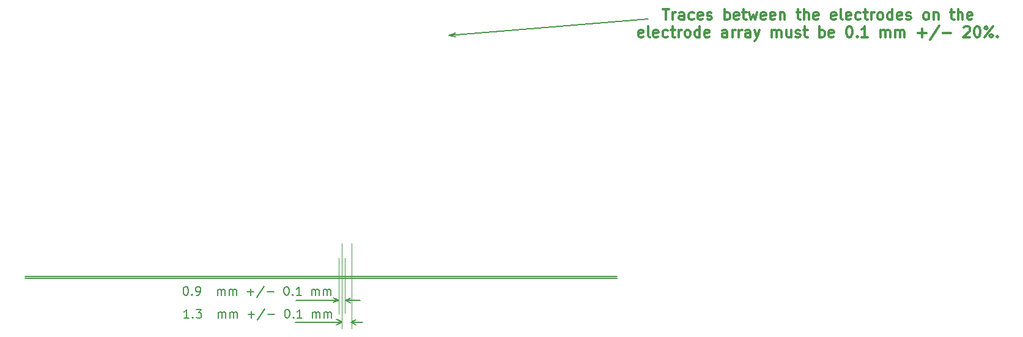
<source format=gbr>
G04 #@! TF.GenerationSoftware,KiCad,Pcbnew,6.0.11-2627ca5db0~126~ubuntu22.04.1*
G04 #@! TF.CreationDate,2023-05-08T08:47:40+02:00*
G04 #@! TF.ProjectId,DIMMCartridge_heaters,44494d4d-4361-4727-9472-696467655f68,rev?*
G04 #@! TF.SameCoordinates,Original*
G04 #@! TF.FileFunction,OtherDrawing,Comment*
%FSLAX46Y46*%
G04 Gerber Fmt 4.6, Leading zero omitted, Abs format (unit mm)*
G04 Created by KiCad (PCBNEW 6.0.11-2627ca5db0~126~ubuntu22.04.1) date 2023-05-08 08:47:40*
%MOMM*%
%LPD*%
G01*
G04 APERTURE LIST*
%ADD10C,0.100000*%
%ADD11C,0.150000*%
%ADD12C,0.200000*%
%ADD13C,0.300000*%
G04 APERTURE END LIST*
D10*
X103339699Y-130225000D02*
X103339699Y-137900000D01*
X102448850Y-130225000D02*
X102448850Y-137915000D01*
D11*
X102870000Y-139095000D02*
X96410000Y-139095000D01*
D10*
X104194275Y-128235000D02*
X104194275Y-140000000D01*
X102894275Y-128235000D02*
X102894275Y-140000000D01*
D11*
X104180000Y-139095000D02*
X105780000Y-139095000D01*
X102870000Y-139095000D02*
X102080000Y-139445000D01*
X104180000Y-139095000D02*
X104860000Y-139435000D01*
X102880000Y-139075000D02*
X102080000Y-138725000D01*
X104190000Y-139085000D02*
X104830000Y-138755000D01*
X117730000Y-99395000D02*
X118640000Y-99585000D01*
X58996870Y-132815000D02*
X140983729Y-132815000D01*
X140983729Y-133015000D02*
X58996870Y-133035000D01*
X102440000Y-136085000D02*
X101680000Y-136345000D01*
X117720000Y-99405000D02*
X145260000Y-97135000D01*
X102440000Y-136055000D02*
X101680000Y-135785000D01*
X103360000Y-136055000D02*
X104060000Y-136405000D01*
X117720000Y-99385000D02*
X118590000Y-99065000D01*
X102390000Y-136055000D02*
X96540000Y-136055000D01*
X103360000Y-136065000D02*
X104040000Y-135795000D01*
X105430000Y-136065000D02*
X103360000Y-136065000D01*
D12*
X81717142Y-138527857D02*
X81031428Y-138527857D01*
X81374285Y-138527857D02*
X81374285Y-137327857D01*
X81260000Y-137499285D01*
X81145714Y-137613571D01*
X81031428Y-137670714D01*
X82231428Y-138413571D02*
X82288571Y-138470714D01*
X82231428Y-138527857D01*
X82174285Y-138470714D01*
X82231428Y-138413571D01*
X82231428Y-138527857D01*
X82688571Y-137327857D02*
X83431428Y-137327857D01*
X83031428Y-137785000D01*
X83202857Y-137785000D01*
X83317142Y-137842142D01*
X83374285Y-137899285D01*
X83431428Y-138013571D01*
X83431428Y-138299285D01*
X83374285Y-138413571D01*
X83317142Y-138470714D01*
X83202857Y-138527857D01*
X82860000Y-138527857D01*
X82745714Y-138470714D01*
X82688571Y-138413571D01*
X85774285Y-138527857D02*
X85774285Y-137727857D01*
X85774285Y-137842142D02*
X85831428Y-137785000D01*
X85945714Y-137727857D01*
X86117142Y-137727857D01*
X86231428Y-137785000D01*
X86288571Y-137899285D01*
X86288571Y-138527857D01*
X86288571Y-137899285D02*
X86345714Y-137785000D01*
X86460000Y-137727857D01*
X86631428Y-137727857D01*
X86745714Y-137785000D01*
X86802857Y-137899285D01*
X86802857Y-138527857D01*
X87374285Y-138527857D02*
X87374285Y-137727857D01*
X87374285Y-137842142D02*
X87431428Y-137785000D01*
X87545714Y-137727857D01*
X87717142Y-137727857D01*
X87831428Y-137785000D01*
X87888571Y-137899285D01*
X87888571Y-138527857D01*
X87888571Y-137899285D02*
X87945714Y-137785000D01*
X88060000Y-137727857D01*
X88231428Y-137727857D01*
X88345714Y-137785000D01*
X88402857Y-137899285D01*
X88402857Y-138527857D01*
X89888571Y-138070714D02*
X90802857Y-138070714D01*
X90345714Y-138527857D02*
X90345714Y-137613571D01*
X92231428Y-137270714D02*
X91202857Y-138813571D01*
X92631428Y-138070714D02*
X93545714Y-138070714D01*
X95260000Y-137327857D02*
X95374285Y-137327857D01*
X95488571Y-137385000D01*
X95545714Y-137442142D01*
X95602857Y-137556428D01*
X95660000Y-137785000D01*
X95660000Y-138070714D01*
X95602857Y-138299285D01*
X95545714Y-138413571D01*
X95488571Y-138470714D01*
X95374285Y-138527857D01*
X95260000Y-138527857D01*
X95145714Y-138470714D01*
X95088571Y-138413571D01*
X95031428Y-138299285D01*
X94974285Y-138070714D01*
X94974285Y-137785000D01*
X95031428Y-137556428D01*
X95088571Y-137442142D01*
X95145714Y-137385000D01*
X95260000Y-137327857D01*
X96174285Y-138413571D02*
X96231428Y-138470714D01*
X96174285Y-138527857D01*
X96117142Y-138470714D01*
X96174285Y-138413571D01*
X96174285Y-138527857D01*
X97374285Y-138527857D02*
X96688571Y-138527857D01*
X97031428Y-138527857D02*
X97031428Y-137327857D01*
X96917142Y-137499285D01*
X96802857Y-137613571D01*
X96688571Y-137670714D01*
X98802857Y-138527857D02*
X98802857Y-137727857D01*
X98802857Y-137842142D02*
X98860000Y-137785000D01*
X98974285Y-137727857D01*
X99145714Y-137727857D01*
X99260000Y-137785000D01*
X99317142Y-137899285D01*
X99317142Y-138527857D01*
X99317142Y-137899285D02*
X99374285Y-137785000D01*
X99488571Y-137727857D01*
X99660000Y-137727857D01*
X99774285Y-137785000D01*
X99831428Y-137899285D01*
X99831428Y-138527857D01*
X100402857Y-138527857D02*
X100402857Y-137727857D01*
X100402857Y-137842142D02*
X100460000Y-137785000D01*
X100574285Y-137727857D01*
X100745714Y-137727857D01*
X100860000Y-137785000D01*
X100917142Y-137899285D01*
X100917142Y-138527857D01*
X100917142Y-137899285D02*
X100974285Y-137785000D01*
X101088571Y-137727857D01*
X101260000Y-137727857D01*
X101374285Y-137785000D01*
X101431428Y-137899285D01*
X101431428Y-138527857D01*
X81217142Y-134177857D02*
X81331428Y-134177857D01*
X81445714Y-134235000D01*
X81502857Y-134292142D01*
X81560000Y-134406428D01*
X81617142Y-134635000D01*
X81617142Y-134920714D01*
X81560000Y-135149285D01*
X81502857Y-135263571D01*
X81445714Y-135320714D01*
X81331428Y-135377857D01*
X81217142Y-135377857D01*
X81102857Y-135320714D01*
X81045714Y-135263571D01*
X80988571Y-135149285D01*
X80931428Y-134920714D01*
X80931428Y-134635000D01*
X80988571Y-134406428D01*
X81045714Y-134292142D01*
X81102857Y-134235000D01*
X81217142Y-134177857D01*
X82131428Y-135263571D02*
X82188571Y-135320714D01*
X82131428Y-135377857D01*
X82074285Y-135320714D01*
X82131428Y-135263571D01*
X82131428Y-135377857D01*
X82760000Y-135377857D02*
X82988571Y-135377857D01*
X83102857Y-135320714D01*
X83160000Y-135263571D01*
X83274285Y-135092142D01*
X83331428Y-134863571D01*
X83331428Y-134406428D01*
X83274285Y-134292142D01*
X83217142Y-134235000D01*
X83102857Y-134177857D01*
X82874285Y-134177857D01*
X82760000Y-134235000D01*
X82702857Y-134292142D01*
X82645714Y-134406428D01*
X82645714Y-134692142D01*
X82702857Y-134806428D01*
X82760000Y-134863571D01*
X82874285Y-134920714D01*
X83102857Y-134920714D01*
X83217142Y-134863571D01*
X83274285Y-134806428D01*
X83331428Y-134692142D01*
X85674285Y-135377857D02*
X85674285Y-134577857D01*
X85674285Y-134692142D02*
X85731428Y-134635000D01*
X85845714Y-134577857D01*
X86017142Y-134577857D01*
X86131428Y-134635000D01*
X86188571Y-134749285D01*
X86188571Y-135377857D01*
X86188571Y-134749285D02*
X86245714Y-134635000D01*
X86360000Y-134577857D01*
X86531428Y-134577857D01*
X86645714Y-134635000D01*
X86702857Y-134749285D01*
X86702857Y-135377857D01*
X87274285Y-135377857D02*
X87274285Y-134577857D01*
X87274285Y-134692142D02*
X87331428Y-134635000D01*
X87445714Y-134577857D01*
X87617142Y-134577857D01*
X87731428Y-134635000D01*
X87788571Y-134749285D01*
X87788571Y-135377857D01*
X87788571Y-134749285D02*
X87845714Y-134635000D01*
X87960000Y-134577857D01*
X88131428Y-134577857D01*
X88245714Y-134635000D01*
X88302857Y-134749285D01*
X88302857Y-135377857D01*
X89788571Y-134920714D02*
X90702857Y-134920714D01*
X90245714Y-135377857D02*
X90245714Y-134463571D01*
X92131428Y-134120714D02*
X91102857Y-135663571D01*
X92531428Y-134920714D02*
X93445714Y-134920714D01*
X95160000Y-134177857D02*
X95274285Y-134177857D01*
X95388571Y-134235000D01*
X95445714Y-134292142D01*
X95502857Y-134406428D01*
X95560000Y-134635000D01*
X95560000Y-134920714D01*
X95502857Y-135149285D01*
X95445714Y-135263571D01*
X95388571Y-135320714D01*
X95274285Y-135377857D01*
X95160000Y-135377857D01*
X95045714Y-135320714D01*
X94988571Y-135263571D01*
X94931428Y-135149285D01*
X94874285Y-134920714D01*
X94874285Y-134635000D01*
X94931428Y-134406428D01*
X94988571Y-134292142D01*
X95045714Y-134235000D01*
X95160000Y-134177857D01*
X96074285Y-135263571D02*
X96131428Y-135320714D01*
X96074285Y-135377857D01*
X96017142Y-135320714D01*
X96074285Y-135263571D01*
X96074285Y-135377857D01*
X97274285Y-135377857D02*
X96588571Y-135377857D01*
X96931428Y-135377857D02*
X96931428Y-134177857D01*
X96817142Y-134349285D01*
X96702857Y-134463571D01*
X96588571Y-134520714D01*
X98702857Y-135377857D02*
X98702857Y-134577857D01*
X98702857Y-134692142D02*
X98760000Y-134635000D01*
X98874285Y-134577857D01*
X99045714Y-134577857D01*
X99160000Y-134635000D01*
X99217142Y-134749285D01*
X99217142Y-135377857D01*
X99217142Y-134749285D02*
X99274285Y-134635000D01*
X99388571Y-134577857D01*
X99560000Y-134577857D01*
X99674285Y-134635000D01*
X99731428Y-134749285D01*
X99731428Y-135377857D01*
X100302857Y-135377857D02*
X100302857Y-134577857D01*
X100302857Y-134692142D02*
X100360000Y-134635000D01*
X100474285Y-134577857D01*
X100645714Y-134577857D01*
X100760000Y-134635000D01*
X100817142Y-134749285D01*
X100817142Y-135377857D01*
X100817142Y-134749285D02*
X100874285Y-134635000D01*
X100988571Y-134577857D01*
X101160000Y-134577857D01*
X101274285Y-134635000D01*
X101331428Y-134749285D01*
X101331428Y-135377857D01*
D13*
X147329999Y-95746071D02*
X148187142Y-95746071D01*
X147758571Y-97246071D02*
X147758571Y-95746071D01*
X148687142Y-97246071D02*
X148687142Y-96246071D01*
X148687142Y-96531785D02*
X148758571Y-96388928D01*
X148829999Y-96317500D01*
X148972857Y-96246071D01*
X149115714Y-96246071D01*
X150258571Y-97246071D02*
X150258571Y-96460357D01*
X150187142Y-96317500D01*
X150044285Y-96246071D01*
X149758571Y-96246071D01*
X149615714Y-96317500D01*
X150258571Y-97174642D02*
X150115714Y-97246071D01*
X149758571Y-97246071D01*
X149615714Y-97174642D01*
X149544285Y-97031785D01*
X149544285Y-96888928D01*
X149615714Y-96746071D01*
X149758571Y-96674642D01*
X150115714Y-96674642D01*
X150258571Y-96603214D01*
X151615714Y-97174642D02*
X151472857Y-97246071D01*
X151187142Y-97246071D01*
X151044285Y-97174642D01*
X150972857Y-97103214D01*
X150901428Y-96960357D01*
X150901428Y-96531785D01*
X150972857Y-96388928D01*
X151044285Y-96317500D01*
X151187142Y-96246071D01*
X151472857Y-96246071D01*
X151615714Y-96317500D01*
X152829999Y-97174642D02*
X152687142Y-97246071D01*
X152401428Y-97246071D01*
X152258571Y-97174642D01*
X152187142Y-97031785D01*
X152187142Y-96460357D01*
X152258571Y-96317500D01*
X152401428Y-96246071D01*
X152687142Y-96246071D01*
X152829999Y-96317500D01*
X152901428Y-96460357D01*
X152901428Y-96603214D01*
X152187142Y-96746071D01*
X153472857Y-97174642D02*
X153615714Y-97246071D01*
X153901428Y-97246071D01*
X154044285Y-97174642D01*
X154115714Y-97031785D01*
X154115714Y-96960357D01*
X154044285Y-96817500D01*
X153901428Y-96746071D01*
X153687142Y-96746071D01*
X153544285Y-96674642D01*
X153472857Y-96531785D01*
X153472857Y-96460357D01*
X153544285Y-96317500D01*
X153687142Y-96246071D01*
X153901428Y-96246071D01*
X154044285Y-96317500D01*
X155901428Y-97246071D02*
X155901428Y-95746071D01*
X155901428Y-96317500D02*
X156044285Y-96246071D01*
X156329999Y-96246071D01*
X156472857Y-96317500D01*
X156544285Y-96388928D01*
X156615714Y-96531785D01*
X156615714Y-96960357D01*
X156544285Y-97103214D01*
X156472857Y-97174642D01*
X156329999Y-97246071D01*
X156044285Y-97246071D01*
X155901428Y-97174642D01*
X157829999Y-97174642D02*
X157687142Y-97246071D01*
X157401428Y-97246071D01*
X157258571Y-97174642D01*
X157187142Y-97031785D01*
X157187142Y-96460357D01*
X157258571Y-96317500D01*
X157401428Y-96246071D01*
X157687142Y-96246071D01*
X157829999Y-96317500D01*
X157901428Y-96460357D01*
X157901428Y-96603214D01*
X157187142Y-96746071D01*
X158329999Y-96246071D02*
X158901428Y-96246071D01*
X158544285Y-95746071D02*
X158544285Y-97031785D01*
X158615714Y-97174642D01*
X158758571Y-97246071D01*
X158901428Y-97246071D01*
X159258571Y-96246071D02*
X159544285Y-97246071D01*
X159829999Y-96531785D01*
X160115714Y-97246071D01*
X160401428Y-96246071D01*
X161544285Y-97174642D02*
X161401428Y-97246071D01*
X161115714Y-97246071D01*
X160972857Y-97174642D01*
X160901428Y-97031785D01*
X160901428Y-96460357D01*
X160972857Y-96317500D01*
X161115714Y-96246071D01*
X161401428Y-96246071D01*
X161544285Y-96317500D01*
X161615714Y-96460357D01*
X161615714Y-96603214D01*
X160901428Y-96746071D01*
X162829999Y-97174642D02*
X162687142Y-97246071D01*
X162401428Y-97246071D01*
X162258571Y-97174642D01*
X162187142Y-97031785D01*
X162187142Y-96460357D01*
X162258571Y-96317500D01*
X162401428Y-96246071D01*
X162687142Y-96246071D01*
X162829999Y-96317500D01*
X162901428Y-96460357D01*
X162901428Y-96603214D01*
X162187142Y-96746071D01*
X163544285Y-96246071D02*
X163544285Y-97246071D01*
X163544285Y-96388928D02*
X163615714Y-96317500D01*
X163758571Y-96246071D01*
X163972857Y-96246071D01*
X164115714Y-96317500D01*
X164187142Y-96460357D01*
X164187142Y-97246071D01*
X165829999Y-96246071D02*
X166401428Y-96246071D01*
X166044285Y-95746071D02*
X166044285Y-97031785D01*
X166115714Y-97174642D01*
X166258571Y-97246071D01*
X166401428Y-97246071D01*
X166901428Y-97246071D02*
X166901428Y-95746071D01*
X167544285Y-97246071D02*
X167544285Y-96460357D01*
X167472857Y-96317500D01*
X167329999Y-96246071D01*
X167115714Y-96246071D01*
X166972857Y-96317500D01*
X166901428Y-96388928D01*
X168829999Y-97174642D02*
X168687142Y-97246071D01*
X168401428Y-97246071D01*
X168258571Y-97174642D01*
X168187142Y-97031785D01*
X168187142Y-96460357D01*
X168258571Y-96317500D01*
X168401428Y-96246071D01*
X168687142Y-96246071D01*
X168829999Y-96317500D01*
X168901428Y-96460357D01*
X168901428Y-96603214D01*
X168187142Y-96746071D01*
X171258571Y-97174642D02*
X171115714Y-97246071D01*
X170829999Y-97246071D01*
X170687142Y-97174642D01*
X170615714Y-97031785D01*
X170615714Y-96460357D01*
X170687142Y-96317500D01*
X170829999Y-96246071D01*
X171115714Y-96246071D01*
X171258571Y-96317500D01*
X171329999Y-96460357D01*
X171329999Y-96603214D01*
X170615714Y-96746071D01*
X172187142Y-97246071D02*
X172044285Y-97174642D01*
X171972857Y-97031785D01*
X171972857Y-95746071D01*
X173329999Y-97174642D02*
X173187142Y-97246071D01*
X172901428Y-97246071D01*
X172758571Y-97174642D01*
X172687142Y-97031785D01*
X172687142Y-96460357D01*
X172758571Y-96317500D01*
X172901428Y-96246071D01*
X173187142Y-96246071D01*
X173329999Y-96317500D01*
X173401428Y-96460357D01*
X173401428Y-96603214D01*
X172687142Y-96746071D01*
X174687142Y-97174642D02*
X174544285Y-97246071D01*
X174258571Y-97246071D01*
X174115714Y-97174642D01*
X174044285Y-97103214D01*
X173972857Y-96960357D01*
X173972857Y-96531785D01*
X174044285Y-96388928D01*
X174115714Y-96317500D01*
X174258571Y-96246071D01*
X174544285Y-96246071D01*
X174687142Y-96317500D01*
X175115714Y-96246071D02*
X175687142Y-96246071D01*
X175330000Y-95746071D02*
X175330000Y-97031785D01*
X175401428Y-97174642D01*
X175544285Y-97246071D01*
X175687142Y-97246071D01*
X176187142Y-97246071D02*
X176187142Y-96246071D01*
X176187142Y-96531785D02*
X176258571Y-96388928D01*
X176330000Y-96317500D01*
X176472857Y-96246071D01*
X176615714Y-96246071D01*
X177330000Y-97246071D02*
X177187142Y-97174642D01*
X177115714Y-97103214D01*
X177044285Y-96960357D01*
X177044285Y-96531785D01*
X177115714Y-96388928D01*
X177187142Y-96317500D01*
X177330000Y-96246071D01*
X177544285Y-96246071D01*
X177687142Y-96317500D01*
X177758571Y-96388928D01*
X177830000Y-96531785D01*
X177830000Y-96960357D01*
X177758571Y-97103214D01*
X177687142Y-97174642D01*
X177544285Y-97246071D01*
X177330000Y-97246071D01*
X179115714Y-97246071D02*
X179115714Y-95746071D01*
X179115714Y-97174642D02*
X178972857Y-97246071D01*
X178687142Y-97246071D01*
X178544285Y-97174642D01*
X178472857Y-97103214D01*
X178401428Y-96960357D01*
X178401428Y-96531785D01*
X178472857Y-96388928D01*
X178544285Y-96317500D01*
X178687142Y-96246071D01*
X178972857Y-96246071D01*
X179115714Y-96317500D01*
X180401428Y-97174642D02*
X180258571Y-97246071D01*
X179972857Y-97246071D01*
X179830000Y-97174642D01*
X179758571Y-97031785D01*
X179758571Y-96460357D01*
X179830000Y-96317500D01*
X179972857Y-96246071D01*
X180258571Y-96246071D01*
X180401428Y-96317500D01*
X180472857Y-96460357D01*
X180472857Y-96603214D01*
X179758571Y-96746071D01*
X181044285Y-97174642D02*
X181187142Y-97246071D01*
X181472857Y-97246071D01*
X181615714Y-97174642D01*
X181687142Y-97031785D01*
X181687142Y-96960357D01*
X181615714Y-96817500D01*
X181472857Y-96746071D01*
X181258571Y-96746071D01*
X181115714Y-96674642D01*
X181044285Y-96531785D01*
X181044285Y-96460357D01*
X181115714Y-96317500D01*
X181258571Y-96246071D01*
X181472857Y-96246071D01*
X181615714Y-96317500D01*
X183687142Y-97246071D02*
X183544285Y-97174642D01*
X183472857Y-97103214D01*
X183401428Y-96960357D01*
X183401428Y-96531785D01*
X183472857Y-96388928D01*
X183544285Y-96317500D01*
X183687142Y-96246071D01*
X183901428Y-96246071D01*
X184044285Y-96317500D01*
X184115714Y-96388928D01*
X184187142Y-96531785D01*
X184187142Y-96960357D01*
X184115714Y-97103214D01*
X184044285Y-97174642D01*
X183901428Y-97246071D01*
X183687142Y-97246071D01*
X184830000Y-96246071D02*
X184830000Y-97246071D01*
X184830000Y-96388928D02*
X184901428Y-96317500D01*
X185044285Y-96246071D01*
X185258571Y-96246071D01*
X185401428Y-96317500D01*
X185472857Y-96460357D01*
X185472857Y-97246071D01*
X187115714Y-96246071D02*
X187687142Y-96246071D01*
X187330000Y-95746071D02*
X187330000Y-97031785D01*
X187401428Y-97174642D01*
X187544285Y-97246071D01*
X187687142Y-97246071D01*
X188187142Y-97246071D02*
X188187142Y-95746071D01*
X188830000Y-97246071D02*
X188830000Y-96460357D01*
X188758571Y-96317500D01*
X188615714Y-96246071D01*
X188401428Y-96246071D01*
X188258571Y-96317500D01*
X188187142Y-96388928D01*
X190115714Y-97174642D02*
X189972857Y-97246071D01*
X189687142Y-97246071D01*
X189544285Y-97174642D01*
X189472857Y-97031785D01*
X189472857Y-96460357D01*
X189544285Y-96317500D01*
X189687142Y-96246071D01*
X189972857Y-96246071D01*
X190115714Y-96317500D01*
X190187142Y-96460357D01*
X190187142Y-96603214D01*
X189472857Y-96746071D01*
X144580000Y-99589642D02*
X144437142Y-99661071D01*
X144151428Y-99661071D01*
X144008571Y-99589642D01*
X143937142Y-99446785D01*
X143937142Y-98875357D01*
X144008571Y-98732500D01*
X144151428Y-98661071D01*
X144437142Y-98661071D01*
X144580000Y-98732500D01*
X144651428Y-98875357D01*
X144651428Y-99018214D01*
X143937142Y-99161071D01*
X145508571Y-99661071D02*
X145365714Y-99589642D01*
X145294285Y-99446785D01*
X145294285Y-98161071D01*
X146651428Y-99589642D02*
X146508571Y-99661071D01*
X146222857Y-99661071D01*
X146080000Y-99589642D01*
X146008571Y-99446785D01*
X146008571Y-98875357D01*
X146080000Y-98732500D01*
X146222857Y-98661071D01*
X146508571Y-98661071D01*
X146651428Y-98732500D01*
X146722857Y-98875357D01*
X146722857Y-99018214D01*
X146008571Y-99161071D01*
X148008571Y-99589642D02*
X147865714Y-99661071D01*
X147580000Y-99661071D01*
X147437142Y-99589642D01*
X147365714Y-99518214D01*
X147294285Y-99375357D01*
X147294285Y-98946785D01*
X147365714Y-98803928D01*
X147437142Y-98732500D01*
X147580000Y-98661071D01*
X147865714Y-98661071D01*
X148008571Y-98732500D01*
X148437142Y-98661071D02*
X149008571Y-98661071D01*
X148651428Y-98161071D02*
X148651428Y-99446785D01*
X148722857Y-99589642D01*
X148865714Y-99661071D01*
X149008571Y-99661071D01*
X149508571Y-99661071D02*
X149508571Y-98661071D01*
X149508571Y-98946785D02*
X149580000Y-98803928D01*
X149651428Y-98732500D01*
X149794285Y-98661071D01*
X149937142Y-98661071D01*
X150651428Y-99661071D02*
X150508571Y-99589642D01*
X150437142Y-99518214D01*
X150365714Y-99375357D01*
X150365714Y-98946785D01*
X150437142Y-98803928D01*
X150508571Y-98732500D01*
X150651428Y-98661071D01*
X150865714Y-98661071D01*
X151008571Y-98732500D01*
X151080000Y-98803928D01*
X151151428Y-98946785D01*
X151151428Y-99375357D01*
X151080000Y-99518214D01*
X151008571Y-99589642D01*
X150865714Y-99661071D01*
X150651428Y-99661071D01*
X152437142Y-99661071D02*
X152437142Y-98161071D01*
X152437142Y-99589642D02*
X152294285Y-99661071D01*
X152008571Y-99661071D01*
X151865714Y-99589642D01*
X151794285Y-99518214D01*
X151722857Y-99375357D01*
X151722857Y-98946785D01*
X151794285Y-98803928D01*
X151865714Y-98732500D01*
X152008571Y-98661071D01*
X152294285Y-98661071D01*
X152437142Y-98732500D01*
X153722857Y-99589642D02*
X153580000Y-99661071D01*
X153294285Y-99661071D01*
X153151428Y-99589642D01*
X153080000Y-99446785D01*
X153080000Y-98875357D01*
X153151428Y-98732500D01*
X153294285Y-98661071D01*
X153580000Y-98661071D01*
X153722857Y-98732500D01*
X153794285Y-98875357D01*
X153794285Y-99018214D01*
X153080000Y-99161071D01*
X156222857Y-99661071D02*
X156222857Y-98875357D01*
X156151428Y-98732500D01*
X156008571Y-98661071D01*
X155722857Y-98661071D01*
X155580000Y-98732500D01*
X156222857Y-99589642D02*
X156080000Y-99661071D01*
X155722857Y-99661071D01*
X155580000Y-99589642D01*
X155508571Y-99446785D01*
X155508571Y-99303928D01*
X155580000Y-99161071D01*
X155722857Y-99089642D01*
X156080000Y-99089642D01*
X156222857Y-99018214D01*
X156937142Y-99661071D02*
X156937142Y-98661071D01*
X156937142Y-98946785D02*
X157008571Y-98803928D01*
X157080000Y-98732500D01*
X157222857Y-98661071D01*
X157365714Y-98661071D01*
X157865714Y-99661071D02*
X157865714Y-98661071D01*
X157865714Y-98946785D02*
X157937142Y-98803928D01*
X158008571Y-98732500D01*
X158151428Y-98661071D01*
X158294285Y-98661071D01*
X159437142Y-99661071D02*
X159437142Y-98875357D01*
X159365714Y-98732500D01*
X159222857Y-98661071D01*
X158937142Y-98661071D01*
X158794285Y-98732500D01*
X159437142Y-99589642D02*
X159294285Y-99661071D01*
X158937142Y-99661071D01*
X158794285Y-99589642D01*
X158722857Y-99446785D01*
X158722857Y-99303928D01*
X158794285Y-99161071D01*
X158937142Y-99089642D01*
X159294285Y-99089642D01*
X159437142Y-99018214D01*
X160008571Y-98661071D02*
X160365714Y-99661071D01*
X160722857Y-98661071D02*
X160365714Y-99661071D01*
X160222857Y-100018214D01*
X160151428Y-100089642D01*
X160008571Y-100161071D01*
X162437142Y-99661071D02*
X162437142Y-98661071D01*
X162437142Y-98803928D02*
X162508571Y-98732500D01*
X162651428Y-98661071D01*
X162865714Y-98661071D01*
X163008571Y-98732500D01*
X163080000Y-98875357D01*
X163080000Y-99661071D01*
X163080000Y-98875357D02*
X163151428Y-98732500D01*
X163294285Y-98661071D01*
X163508571Y-98661071D01*
X163651428Y-98732500D01*
X163722857Y-98875357D01*
X163722857Y-99661071D01*
X165080000Y-98661071D02*
X165080000Y-99661071D01*
X164437142Y-98661071D02*
X164437142Y-99446785D01*
X164508571Y-99589642D01*
X164651428Y-99661071D01*
X164865714Y-99661071D01*
X165008571Y-99589642D01*
X165080000Y-99518214D01*
X165722857Y-99589642D02*
X165865714Y-99661071D01*
X166151428Y-99661071D01*
X166294285Y-99589642D01*
X166365714Y-99446785D01*
X166365714Y-99375357D01*
X166294285Y-99232500D01*
X166151428Y-99161071D01*
X165937142Y-99161071D01*
X165794285Y-99089642D01*
X165722857Y-98946785D01*
X165722857Y-98875357D01*
X165794285Y-98732500D01*
X165937142Y-98661071D01*
X166151428Y-98661071D01*
X166294285Y-98732500D01*
X166794285Y-98661071D02*
X167365714Y-98661071D01*
X167008571Y-98161071D02*
X167008571Y-99446785D01*
X167080000Y-99589642D01*
X167222857Y-99661071D01*
X167365714Y-99661071D01*
X169008571Y-99661071D02*
X169008571Y-98161071D01*
X169008571Y-98732500D02*
X169151428Y-98661071D01*
X169437142Y-98661071D01*
X169580000Y-98732500D01*
X169651428Y-98803928D01*
X169722857Y-98946785D01*
X169722857Y-99375357D01*
X169651428Y-99518214D01*
X169580000Y-99589642D01*
X169437142Y-99661071D01*
X169151428Y-99661071D01*
X169008571Y-99589642D01*
X170937142Y-99589642D02*
X170794285Y-99661071D01*
X170508571Y-99661071D01*
X170365714Y-99589642D01*
X170294285Y-99446785D01*
X170294285Y-98875357D01*
X170365714Y-98732500D01*
X170508571Y-98661071D01*
X170794285Y-98661071D01*
X170937142Y-98732500D01*
X171008571Y-98875357D01*
X171008571Y-99018214D01*
X170294285Y-99161071D01*
X173080000Y-98161071D02*
X173222857Y-98161071D01*
X173365714Y-98232500D01*
X173437142Y-98303928D01*
X173508571Y-98446785D01*
X173580000Y-98732500D01*
X173580000Y-99089642D01*
X173508571Y-99375357D01*
X173437142Y-99518214D01*
X173365714Y-99589642D01*
X173222857Y-99661071D01*
X173080000Y-99661071D01*
X172937142Y-99589642D01*
X172865714Y-99518214D01*
X172794285Y-99375357D01*
X172722857Y-99089642D01*
X172722857Y-98732500D01*
X172794285Y-98446785D01*
X172865714Y-98303928D01*
X172937142Y-98232500D01*
X173080000Y-98161071D01*
X174222857Y-99518214D02*
X174294285Y-99589642D01*
X174222857Y-99661071D01*
X174151428Y-99589642D01*
X174222857Y-99518214D01*
X174222857Y-99661071D01*
X175722857Y-99661071D02*
X174865714Y-99661071D01*
X175294285Y-99661071D02*
X175294285Y-98161071D01*
X175151428Y-98375357D01*
X175008571Y-98518214D01*
X174865714Y-98589642D01*
X177508571Y-99661071D02*
X177508571Y-98661071D01*
X177508571Y-98803928D02*
X177580000Y-98732500D01*
X177722857Y-98661071D01*
X177937142Y-98661071D01*
X178080000Y-98732500D01*
X178151428Y-98875357D01*
X178151428Y-99661071D01*
X178151428Y-98875357D02*
X178222857Y-98732500D01*
X178365714Y-98661071D01*
X178580000Y-98661071D01*
X178722857Y-98732500D01*
X178794285Y-98875357D01*
X178794285Y-99661071D01*
X179508571Y-99661071D02*
X179508571Y-98661071D01*
X179508571Y-98803928D02*
X179580000Y-98732500D01*
X179722857Y-98661071D01*
X179937142Y-98661071D01*
X180080000Y-98732500D01*
X180151428Y-98875357D01*
X180151428Y-99661071D01*
X180151428Y-98875357D02*
X180222857Y-98732500D01*
X180365714Y-98661071D01*
X180580000Y-98661071D01*
X180722857Y-98732500D01*
X180794285Y-98875357D01*
X180794285Y-99661071D01*
X182651428Y-99089642D02*
X183794285Y-99089642D01*
X183222857Y-99661071D02*
X183222857Y-98518214D01*
X185580000Y-98089642D02*
X184294285Y-100018214D01*
X186080000Y-99089642D02*
X187222857Y-99089642D01*
X189008571Y-98303928D02*
X189080000Y-98232500D01*
X189222857Y-98161071D01*
X189580000Y-98161071D01*
X189722857Y-98232500D01*
X189794285Y-98303928D01*
X189865714Y-98446785D01*
X189865714Y-98589642D01*
X189794285Y-98803928D01*
X188937142Y-99661071D01*
X189865714Y-99661071D01*
X190794285Y-98161071D02*
X190937142Y-98161071D01*
X191080000Y-98232500D01*
X191151428Y-98303928D01*
X191222857Y-98446785D01*
X191294285Y-98732500D01*
X191294285Y-99089642D01*
X191222857Y-99375357D01*
X191151428Y-99518214D01*
X191080000Y-99589642D01*
X190937142Y-99661071D01*
X190794285Y-99661071D01*
X190651428Y-99589642D01*
X190580000Y-99518214D01*
X190508571Y-99375357D01*
X190437142Y-99089642D01*
X190437142Y-98732500D01*
X190508571Y-98446785D01*
X190580000Y-98303928D01*
X190651428Y-98232500D01*
X190794285Y-98161071D01*
X191865714Y-99661071D02*
X193008571Y-98161071D01*
X192080000Y-98161071D02*
X192222857Y-98232500D01*
X192294285Y-98375357D01*
X192222857Y-98518214D01*
X192080000Y-98589642D01*
X191937142Y-98518214D01*
X191865714Y-98375357D01*
X191937142Y-98232500D01*
X192080000Y-98161071D01*
X192937142Y-99589642D02*
X193008571Y-99446785D01*
X192937142Y-99303928D01*
X192794285Y-99232500D01*
X192651428Y-99303928D01*
X192580000Y-99446785D01*
X192651428Y-99589642D01*
X192794285Y-99661071D01*
X192937142Y-99589642D01*
X193651428Y-99518214D02*
X193722857Y-99589642D01*
X193651428Y-99661071D01*
X193580000Y-99589642D01*
X193651428Y-99518214D01*
X193651428Y-99661071D01*
M02*

</source>
